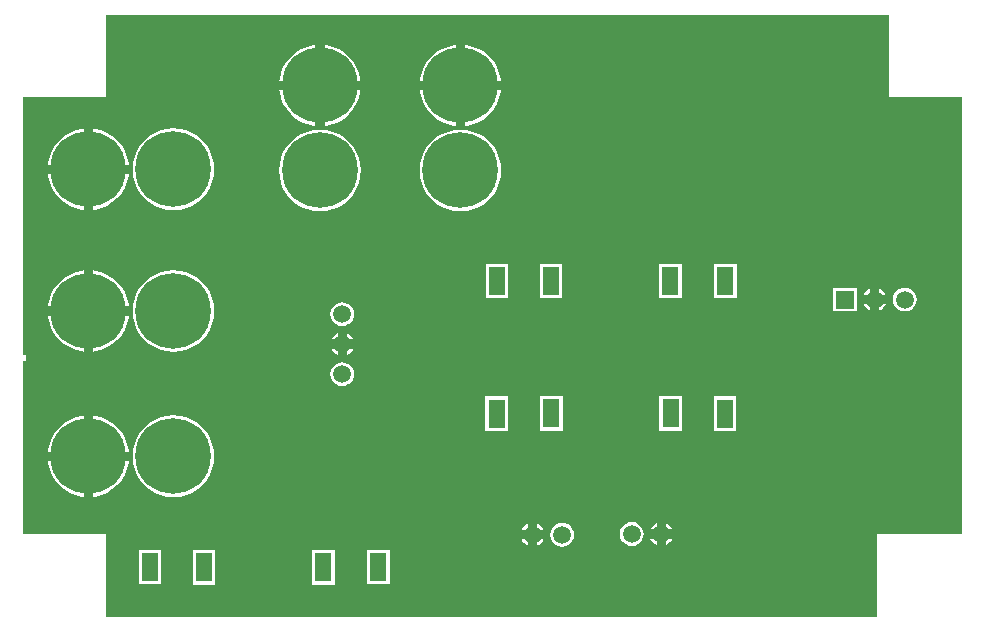
<source format=gbl>
G04*
G04 #@! TF.GenerationSoftware,Altium Limited,Altium Designer,20.0.12 (288)*
G04*
G04 Layer_Physical_Order=2*
G04 Layer_Color=16711680*
%FSLAX25Y25*%
%MOIN*%
G70*
G01*
G75*
%ADD50R,0.05906X0.05906*%
%ADD51C,0.05906*%
%ADD52C,0.25197*%
%ADD53R,0.05512X0.09449*%
%ADD54C,0.02362*%
G36*
X292520Y204724D02*
Y177165D01*
X316929Y177165D01*
Y31496D01*
X288583D01*
Y3937D01*
X31496D01*
Y31496D01*
X3937D01*
Y89113D01*
X4437Y89264D01*
X4823Y88687D01*
Y90256D01*
Y91825D01*
X4437Y91247D01*
X3937Y91399D01*
Y177165D01*
X31496D01*
Y204724D01*
X292520Y204724D01*
D02*
G37*
%LPC*%
G36*
X151181Y194619D02*
Y182677D01*
X163123D01*
X163079Y183236D01*
X162579Y185318D01*
X161760Y187295D01*
X160642Y189120D01*
X159252Y190748D01*
X157624Y192138D01*
X155799Y193256D01*
X153821Y194075D01*
X151740Y194575D01*
X151181Y194619D01*
D02*
G37*
G36*
X104331D02*
Y182677D01*
X116272D01*
X116228Y183236D01*
X115729Y185318D01*
X114910Y187295D01*
X113791Y189120D01*
X112401Y190748D01*
X110774Y192138D01*
X108949Y193256D01*
X106971Y194075D01*
X104890Y194575D01*
X104331Y194619D01*
D02*
G37*
G36*
X101181D02*
X100622Y194575D01*
X98541Y194075D01*
X96563Y193256D01*
X94738Y192138D01*
X93111Y190748D01*
X91720Y189120D01*
X90602Y187295D01*
X89783Y185318D01*
X89283Y183236D01*
X89239Y182677D01*
X101181D01*
Y194619D01*
D02*
G37*
G36*
X148031D02*
X147473Y194575D01*
X145391Y194075D01*
X143414Y193256D01*
X141589Y192138D01*
X139961Y190748D01*
X138571Y189120D01*
X137452Y187295D01*
X136633Y185318D01*
X136134Y183236D01*
X136090Y182677D01*
X148031D01*
Y194619D01*
D02*
G37*
G36*
X101181Y179528D02*
X89239D01*
X89283Y178969D01*
X89783Y176887D01*
X90602Y174910D01*
X91720Y173085D01*
X93111Y171457D01*
X94738Y170067D01*
X96563Y168949D01*
X98541Y168130D01*
X100622Y167630D01*
X101181Y167586D01*
Y179528D01*
D02*
G37*
G36*
X163123D02*
X151181D01*
Y167586D01*
X151740Y167630D01*
X153821Y168130D01*
X155799Y168949D01*
X157624Y170067D01*
X159252Y171457D01*
X160642Y173085D01*
X161760Y174910D01*
X162579Y176887D01*
X163079Y178969D01*
X163123Y179528D01*
D02*
G37*
G36*
X148031D02*
X136090D01*
X136134Y178969D01*
X136633Y176887D01*
X137452Y174910D01*
X138571Y173085D01*
X139961Y171457D01*
X141589Y170067D01*
X143414Y168949D01*
X145391Y168130D01*
X147473Y167630D01*
X148031Y167586D01*
Y179528D01*
D02*
G37*
G36*
X116272D02*
X104331D01*
Y167586D01*
X104890Y167630D01*
X106971Y168130D01*
X108949Y168949D01*
X110774Y170067D01*
X112401Y171457D01*
X113791Y173085D01*
X114910Y174910D01*
X115729Y176887D01*
X116228Y178969D01*
X116272Y179528D01*
D02*
G37*
G36*
X27165Y166666D02*
Y154724D01*
X39107D01*
X39063Y155283D01*
X38563Y157365D01*
X37744Y159342D01*
X36626Y161167D01*
X35236Y162795D01*
X33608Y164185D01*
X31783Y165303D01*
X29806Y166122D01*
X27724Y166622D01*
X27165Y166666D01*
D02*
G37*
G36*
X24016D02*
X23457Y166622D01*
X21375Y166122D01*
X19398Y165303D01*
X17573Y164185D01*
X15945Y162795D01*
X14555Y161167D01*
X13437Y159342D01*
X12618Y157365D01*
X12118Y155283D01*
X12074Y154724D01*
X24016D01*
Y166666D01*
D02*
G37*
G36*
Y151575D02*
X12074D01*
X12118Y151016D01*
X12618Y148934D01*
X13437Y146957D01*
X14555Y145132D01*
X15945Y143504D01*
X17573Y142114D01*
X19398Y140996D01*
X21375Y140177D01*
X23457Y139677D01*
X24016Y139633D01*
Y151575D01*
D02*
G37*
G36*
X39107D02*
X27165D01*
Y139633D01*
X27724Y139677D01*
X29806Y140177D01*
X31783Y140996D01*
X33608Y142114D01*
X35236Y143504D01*
X36626Y145132D01*
X37744Y146957D01*
X38563Y148934D01*
X39063Y151016D01*
X39107Y151575D01*
D02*
G37*
G36*
X53937Y166790D02*
X51803Y166622D01*
X49722Y166122D01*
X47744Y165303D01*
X45919Y164185D01*
X44292Y162795D01*
X42902Y161167D01*
X41783Y159342D01*
X40964Y157365D01*
X40464Y155283D01*
X40297Y153150D01*
X40464Y151016D01*
X40964Y148934D01*
X41783Y146957D01*
X42902Y145132D01*
X44292Y143504D01*
X45919Y142114D01*
X47744Y140996D01*
X49722Y140177D01*
X51803Y139677D01*
X53937Y139509D01*
X56071Y139677D01*
X58152Y140177D01*
X60130Y140996D01*
X61955Y142114D01*
X63582Y143504D01*
X64972Y145132D01*
X66091Y146957D01*
X66910Y148934D01*
X67409Y151016D01*
X67577Y153150D01*
X67409Y155283D01*
X66910Y157365D01*
X66091Y159342D01*
X64972Y161167D01*
X63582Y162795D01*
X61955Y164185D01*
X60130Y165303D01*
X58152Y166122D01*
X56071Y166622D01*
X53937Y166790D01*
D02*
G37*
G36*
X149606Y166396D02*
X147473Y166228D01*
X145391Y165729D01*
X143414Y164910D01*
X141589Y163791D01*
X139961Y162401D01*
X138571Y160774D01*
X137452Y158949D01*
X136633Y156971D01*
X136134Y154890D01*
X135966Y152756D01*
X136134Y150622D01*
X136633Y148541D01*
X137452Y146563D01*
X138571Y144738D01*
X139961Y143111D01*
X141589Y141720D01*
X143414Y140602D01*
X145391Y139783D01*
X147473Y139283D01*
X149606Y139115D01*
X151740Y139283D01*
X153821Y139783D01*
X155799Y140602D01*
X157624Y141720D01*
X159252Y143111D01*
X160642Y144738D01*
X161760Y146563D01*
X162579Y148541D01*
X163079Y150622D01*
X163247Y152756D01*
X163079Y154890D01*
X162579Y156971D01*
X161760Y158949D01*
X160642Y160774D01*
X159252Y162401D01*
X157624Y163791D01*
X155799Y164910D01*
X153821Y165729D01*
X151740Y166228D01*
X149606Y166396D01*
D02*
G37*
G36*
X102756D02*
X100622Y166228D01*
X98541Y165729D01*
X96563Y164910D01*
X94738Y163791D01*
X93111Y162401D01*
X91720Y160774D01*
X90602Y158949D01*
X89783Y156971D01*
X89283Y154890D01*
X89115Y152756D01*
X89283Y150622D01*
X89783Y148541D01*
X90602Y146563D01*
X91720Y144738D01*
X93111Y143111D01*
X94738Y141720D01*
X96563Y140602D01*
X98541Y139783D01*
X100622Y139283D01*
X102756Y139115D01*
X104890Y139283D01*
X106971Y139783D01*
X108949Y140602D01*
X110774Y141720D01*
X112401Y143111D01*
X113791Y144738D01*
X114910Y146563D01*
X115729Y148541D01*
X116228Y150622D01*
X116396Y152756D01*
X116228Y154890D01*
X115729Y156971D01*
X114910Y158949D01*
X113791Y160774D01*
X112401Y162401D01*
X110774Y163791D01*
X108949Y164910D01*
X106971Y165729D01*
X104890Y166228D01*
X102756Y166396D01*
D02*
G37*
G36*
X289272Y113370D02*
Y111319D01*
X291323D01*
X291150Y111738D01*
X290516Y112563D01*
X289690Y113197D01*
X289272Y113370D01*
D02*
G37*
G36*
X286122Y113370D02*
X285703Y113197D01*
X284878Y112563D01*
X284244Y111738D01*
X284071Y111319D01*
X286122D01*
Y113370D01*
D02*
G37*
G36*
X241650Y121591D02*
X234138D01*
Y110142D01*
X241650D01*
Y121591D01*
D02*
G37*
G36*
X165469D02*
X157957D01*
Y110142D01*
X165469D01*
Y121591D01*
D02*
G37*
G36*
X223342Y121571D02*
X215831D01*
Y110122D01*
X223342D01*
Y121571D01*
D02*
G37*
G36*
X183579D02*
X176067D01*
Y110122D01*
X183579D01*
Y121571D01*
D02*
G37*
G36*
X27165Y119422D02*
Y107480D01*
X39107D01*
X39063Y108039D01*
X38563Y110121D01*
X37744Y112098D01*
X36626Y113923D01*
X35236Y115551D01*
X33608Y116941D01*
X31783Y118059D01*
X29806Y118878D01*
X27724Y119378D01*
X27165Y119422D01*
D02*
G37*
G36*
X24016D02*
X23457Y119378D01*
X21375Y118878D01*
X19398Y118059D01*
X17573Y116941D01*
X15945Y115551D01*
X14555Y113923D01*
X13437Y112098D01*
X12618Y110121D01*
X12118Y108039D01*
X12074Y107480D01*
X24016D01*
Y119422D01*
D02*
G37*
G36*
X286122Y108169D02*
X284071D01*
X284244Y107751D01*
X284878Y106925D01*
X285703Y106291D01*
X286122Y106118D01*
Y108169D01*
D02*
G37*
G36*
X291323D02*
X289272D01*
Y106118D01*
X289690Y106291D01*
X290516Y106925D01*
X291150Y107751D01*
X291323Y108169D01*
D02*
G37*
G36*
X281650Y113697D02*
X273744D01*
Y105791D01*
X281650D01*
Y113697D01*
D02*
G37*
G36*
X297697Y113731D02*
X296665Y113595D01*
X295703Y113197D01*
X294878Y112563D01*
X294244Y111738D01*
X293846Y110776D01*
X293710Y109744D01*
X293846Y108712D01*
X294244Y107751D01*
X294878Y106925D01*
X295703Y106291D01*
X296665Y105893D01*
X297697Y105757D01*
X298729Y105893D01*
X299690Y106291D01*
X300516Y106925D01*
X301150Y107751D01*
X301548Y108712D01*
X301684Y109744D01*
X301548Y110776D01*
X301150Y111738D01*
X300516Y112563D01*
X299690Y113197D01*
X298729Y113595D01*
X297697Y113731D01*
D02*
G37*
G36*
X110236Y108869D02*
X109204Y108733D01*
X108243Y108335D01*
X107417Y107701D01*
X106783Y106875D01*
X106385Y105914D01*
X106249Y104882D01*
X106385Y103850D01*
X106783Y102889D01*
X107417Y102063D01*
X108243Y101429D01*
X109204Y101031D01*
X110236Y100895D01*
X111268Y101031D01*
X112230Y101429D01*
X113055Y102063D01*
X113689Y102889D01*
X114087Y103850D01*
X114223Y104882D01*
X114087Y105914D01*
X113689Y106875D01*
X113055Y107701D01*
X112230Y108335D01*
X111268Y108733D01*
X110236Y108869D01*
D02*
G37*
G36*
X111811Y98508D02*
Y96457D01*
X113862D01*
X113689Y96875D01*
X113055Y97701D01*
X112230Y98335D01*
X111811Y98508D01*
D02*
G37*
G36*
X108661D02*
X108243Y98335D01*
X107417Y97701D01*
X106783Y96875D01*
X106610Y96457D01*
X108661D01*
Y98508D01*
D02*
G37*
G36*
X24016Y104331D02*
X12074D01*
X12118Y103772D01*
X12618Y101690D01*
X13437Y99713D01*
X14555Y97888D01*
X15945Y96260D01*
X17573Y94870D01*
X19398Y93752D01*
X21375Y92933D01*
X23457Y92433D01*
X24016Y92389D01*
Y104331D01*
D02*
G37*
G36*
X39107D02*
X27165D01*
Y92389D01*
X27724Y92433D01*
X29806Y92933D01*
X31783Y93752D01*
X33608Y94870D01*
X35236Y96260D01*
X36626Y97888D01*
X37744Y99713D01*
X38563Y101690D01*
X39063Y103772D01*
X39107Y104331D01*
D02*
G37*
G36*
X53937Y119546D02*
X51803Y119378D01*
X49722Y118878D01*
X47744Y118059D01*
X45919Y116941D01*
X44292Y115551D01*
X42902Y113923D01*
X41783Y112098D01*
X40964Y110121D01*
X40464Y108039D01*
X40297Y105905D01*
X40464Y103772D01*
X40964Y101690D01*
X41783Y99713D01*
X42902Y97888D01*
X44292Y96260D01*
X45919Y94870D01*
X47744Y93752D01*
X49722Y92933D01*
X51803Y92433D01*
X53937Y92265D01*
X56071Y92433D01*
X58152Y92933D01*
X60130Y93752D01*
X61955Y94870D01*
X63582Y96260D01*
X64972Y97888D01*
X66091Y99713D01*
X66910Y101690D01*
X67409Y103772D01*
X67577Y105905D01*
X67409Y108039D01*
X66910Y110121D01*
X66091Y112098D01*
X64972Y113923D01*
X63582Y115551D01*
X61955Y116941D01*
X60130Y118059D01*
X58152Y118878D01*
X56071Y119378D01*
X53937Y119546D01*
D02*
G37*
G36*
X113862Y93307D02*
X111811D01*
Y91256D01*
X112230Y91429D01*
X113055Y92063D01*
X113689Y92888D01*
X113862Y93307D01*
D02*
G37*
G36*
X108661D02*
X106610D01*
X106783Y92888D01*
X107417Y92063D01*
X108243Y91429D01*
X108661Y91256D01*
Y93307D01*
D02*
G37*
G36*
X110236Y88869D02*
X109204Y88733D01*
X108243Y88335D01*
X107417Y87701D01*
X106783Y86875D01*
X106385Y85914D01*
X106249Y84882D01*
X106385Y83850D01*
X106783Y82889D01*
X107417Y82063D01*
X108243Y81429D01*
X109204Y81031D01*
X110236Y80895D01*
X111268Y81031D01*
X112230Y81429D01*
X113055Y82063D01*
X113689Y82889D01*
X114087Y83850D01*
X114223Y84882D01*
X114087Y85914D01*
X113689Y86875D01*
X113055Y87701D01*
X112230Y88335D01*
X111268Y88733D01*
X110236Y88869D01*
D02*
G37*
G36*
X223441Y77476D02*
X215929D01*
Y66028D01*
X223441D01*
Y77476D01*
D02*
G37*
G36*
X183677D02*
X176165D01*
Y66028D01*
X183677D01*
Y77476D01*
D02*
G37*
G36*
X241551Y77457D02*
X234039D01*
Y66008D01*
X241551D01*
Y77457D01*
D02*
G37*
G36*
X165370D02*
X157858D01*
Y66008D01*
X165370D01*
Y77457D01*
D02*
G37*
G36*
X27165Y70997D02*
Y59055D01*
X39107D01*
X39063Y59614D01*
X38563Y61695D01*
X37744Y63673D01*
X36626Y65498D01*
X35236Y67126D01*
X33608Y68516D01*
X31783Y69634D01*
X29806Y70453D01*
X27724Y70953D01*
X27165Y70997D01*
D02*
G37*
G36*
X24016D02*
X23457Y70953D01*
X21375Y70453D01*
X19398Y69634D01*
X17573Y68516D01*
X15945Y67126D01*
X14555Y65498D01*
X13437Y63673D01*
X12618Y61695D01*
X12118Y59614D01*
X12074Y59055D01*
X24016D01*
Y70997D01*
D02*
G37*
G36*
Y55905D02*
X12074D01*
X12118Y55347D01*
X12618Y53265D01*
X13437Y51288D01*
X14555Y49463D01*
X15945Y47835D01*
X17573Y46445D01*
X19398Y45327D01*
X21375Y44508D01*
X23457Y44008D01*
X24016Y43964D01*
Y55905D01*
D02*
G37*
G36*
X39107D02*
X27165D01*
Y43964D01*
X27724Y44008D01*
X29806Y44508D01*
X31783Y45327D01*
X33608Y46445D01*
X35236Y47835D01*
X36626Y49463D01*
X37744Y51288D01*
X38563Y53265D01*
X39063Y55347D01*
X39107Y55905D01*
D02*
G37*
G36*
X53937Y71121D02*
X51803Y70953D01*
X49722Y70453D01*
X47744Y69634D01*
X45919Y68516D01*
X44292Y67126D01*
X42902Y65498D01*
X41783Y63673D01*
X40964Y61695D01*
X40464Y59614D01*
X40297Y57480D01*
X40464Y55347D01*
X40964Y53265D01*
X41783Y51288D01*
X42902Y49463D01*
X44292Y47835D01*
X45919Y46445D01*
X47744Y45327D01*
X49722Y44508D01*
X51803Y44008D01*
X53937Y43840D01*
X56071Y44008D01*
X58152Y44508D01*
X60130Y45327D01*
X61955Y46445D01*
X63582Y47835D01*
X64972Y49463D01*
X66091Y51288D01*
X66910Y53265D01*
X67409Y55347D01*
X67577Y57480D01*
X67409Y59614D01*
X66910Y61695D01*
X66091Y63673D01*
X64972Y65498D01*
X63582Y67126D01*
X61955Y68516D01*
X60130Y69634D01*
X58152Y70453D01*
X56071Y70953D01*
X53937Y71121D01*
D02*
G37*
G36*
X218110Y35221D02*
Y33169D01*
X220162D01*
X219988Y33588D01*
X219355Y34414D01*
X218529Y35047D01*
X218110Y35221D01*
D02*
G37*
G36*
X214961Y35221D02*
X214542Y35047D01*
X213716Y34414D01*
X213083Y33588D01*
X212909Y33169D01*
X214961D01*
Y35221D01*
D02*
G37*
G36*
X175197Y35024D02*
Y32972D01*
X177248D01*
X177075Y33391D01*
X176441Y34217D01*
X175616Y34850D01*
X175197Y35024D01*
D02*
G37*
G36*
X172047Y35024D02*
X171629Y34850D01*
X170803Y34217D01*
X170169Y33391D01*
X169996Y32972D01*
X172047D01*
Y35024D01*
D02*
G37*
G36*
X220162Y30020D02*
X218110D01*
Y27968D01*
X218529Y28142D01*
X219355Y28775D01*
X219988Y29601D01*
X220162Y30020D01*
D02*
G37*
G36*
X214961D02*
X212909D01*
X213083Y29601D01*
X213716Y28775D01*
X214542Y28142D01*
X214961Y27968D01*
Y30020D01*
D02*
G37*
G36*
X177248Y29823D02*
X175197D01*
Y27771D01*
X175616Y27945D01*
X176441Y28578D01*
X177075Y29404D01*
X177248Y29823D01*
D02*
G37*
G36*
X172047D02*
X169996D01*
X170169Y29404D01*
X170803Y28578D01*
X171629Y27945D01*
X172047Y27771D01*
Y29823D01*
D02*
G37*
G36*
X206693Y35581D02*
X205661Y35445D01*
X204699Y35047D01*
X203874Y34414D01*
X203240Y33588D01*
X202842Y32626D01*
X202706Y31594D01*
X202842Y30563D01*
X203240Y29601D01*
X203874Y28775D01*
X204699Y28142D01*
X205661Y27744D01*
X206693Y27608D01*
X207725Y27744D01*
X208686Y28142D01*
X209512Y28775D01*
X210146Y29601D01*
X210544Y30563D01*
X210680Y31594D01*
X210544Y32626D01*
X210146Y33588D01*
X209512Y34414D01*
X208686Y35047D01*
X207725Y35445D01*
X206693Y35581D01*
D02*
G37*
G36*
X183465Y35385D02*
X182433Y35249D01*
X181471Y34850D01*
X180645Y34217D01*
X180012Y33391D01*
X179614Y32430D01*
X179478Y31398D01*
X179614Y30366D01*
X180012Y29404D01*
X180645Y28578D01*
X181471Y27945D01*
X182433Y27547D01*
X183465Y27411D01*
X184496Y27547D01*
X185458Y27945D01*
X186284Y28578D01*
X186917Y29404D01*
X187316Y30366D01*
X187451Y31398D01*
X187316Y32430D01*
X186917Y33391D01*
X186284Y34217D01*
X185458Y34850D01*
X184496Y35249D01*
X183465Y35385D01*
D02*
G37*
G36*
X126000Y26217D02*
X118488D01*
Y14768D01*
X126000D01*
Y26217D01*
D02*
G37*
G36*
X49819D02*
X42307D01*
Y14768D01*
X49819D01*
Y26217D01*
D02*
G37*
G36*
X107693Y26197D02*
X100181D01*
Y14748D01*
X107693D01*
Y26197D01*
D02*
G37*
G36*
X67929D02*
X60417D01*
Y14748D01*
X67929D01*
Y26197D01*
D02*
G37*
%LPD*%
D50*
X277697Y109744D02*
D03*
D51*
X287697D02*
D03*
X297697D02*
D03*
X110236Y84882D02*
D03*
Y94882D02*
D03*
Y104882D02*
D03*
X206693Y31594D02*
D03*
X216535D02*
D03*
X173622Y31398D02*
D03*
X183465D02*
D03*
D52*
X149606Y152756D02*
D03*
Y181102D02*
D03*
X102756Y152756D02*
D03*
Y181102D02*
D03*
X53937Y105905D02*
D03*
X25591D02*
D03*
X53937Y57480D02*
D03*
X25591D02*
D03*
X53937Y153150D02*
D03*
X25591D02*
D03*
D53*
X219685Y71752D02*
D03*
X237795Y71732D02*
D03*
X179921Y71752D02*
D03*
X161614Y71732D02*
D03*
X179823Y115847D02*
D03*
X161713Y115866D02*
D03*
X219587Y115847D02*
D03*
X237894Y115866D02*
D03*
X64173Y20472D02*
D03*
X46063Y20492D02*
D03*
X103937Y20472D02*
D03*
X122244Y20492D02*
D03*
D54*
X242126Y194882D02*
D03*
X277165D02*
D03*
X277559Y163779D02*
D03*
X305118Y142126D02*
D03*
X287008Y127165D02*
D03*
X310236Y108661D02*
D03*
X287402Y86221D02*
D03*
X258268Y14173D02*
D03*
X268898Y34252D02*
D03*
X286614Y53543D02*
D03*
X307874Y37795D02*
D03*
X170374Y52559D02*
D03*
X193996Y41634D02*
D03*
X310630Y71260D02*
D03*
X186713Y95571D02*
D03*
X226378Y94488D02*
D03*
X181595Y14764D02*
D03*
X156693Y55512D02*
D03*
X242815Y38583D02*
D03*
X230807Y50984D02*
D03*
X222835Y21555D02*
D03*
X33957Y170571D02*
D03*
X80512Y192224D02*
D03*
X125984Y172933D02*
D03*
X172638Y175984D02*
D03*
X100295Y94980D02*
D03*
X118602Y95079D02*
D03*
X209941Y112303D02*
D03*
X204429Y79331D02*
D03*
X207677Y45965D02*
D03*
X194095Y57087D02*
D03*
X213189Y19094D02*
D03*
X167126Y23917D02*
D03*
X156398Y9547D02*
D03*
X118898Y63090D02*
D03*
X78937Y12303D02*
D03*
X33957Y39272D02*
D03*
X8661Y38681D02*
D03*
X11417Y76968D02*
D03*
X6398Y90256D02*
D03*
X32874Y81398D02*
D03*
X9449Y170374D02*
D03*
X11713Y131595D02*
D03*
X30709Y129331D02*
D03*
X56595Y181398D02*
D03*
X77756Y161319D02*
D03*
X259055Y104724D02*
D03*
X249705Y56201D02*
D03*
X229232Y35531D02*
D03*
X169587Y42520D02*
D03*
X153839Y43406D02*
D03*
X133465Y18602D02*
D03*
X88583Y31299D02*
D03*
X80512Y45571D02*
D03*
X94291Y61614D02*
D03*
X77264Y70965D02*
D03*
X76673Y122441D02*
D03*
X124409Y84153D02*
D03*
X137598Y76772D02*
D03*
X153051Y83366D02*
D03*
X177953Y84252D02*
D03*
X198130Y153740D02*
D03*
X126969Y194095D02*
D03*
X173819Y194488D02*
D03*
X187205Y161024D02*
D03*
X229528Y134449D02*
D03*
X241240Y164567D02*
D03*
M02*

</source>
